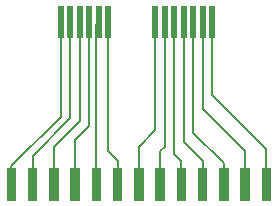
<source format=gbr>
%TF.GenerationSoftware,KiCad,Pcbnew,8.0.2-1*%
%TF.CreationDate,2024-09-13T14:37:28-04:00*%
%TF.ProjectId,Dummy Board,44756d6d-7920-4426-9f61-72642e6b6963,rev?*%
%TF.SameCoordinates,Original*%
%TF.FileFunction,Copper,L1,Top*%
%TF.FilePolarity,Positive*%
%FSLAX46Y46*%
G04 Gerber Fmt 4.6, Leading zero omitted, Abs format (unit mm)*
G04 Created by KiCad (PCBNEW 8.0.2-1) date 2024-09-13 14:37:28*
%MOMM*%
%LPD*%
G01*
G04 APERTURE LIST*
%TA.AperFunction,ConnectorPad*%
%ADD10R,0.550000X2.800000*%
%TD*%
%TA.AperFunction,Conductor*%
%ADD11C,0.200000*%
%TD*%
G04 APERTURE END LIST*
%TA.AperFunction,Conductor*%
%TO.N,2*%
G36*
X127000000Y-88374600D02*
G01*
X127800000Y-88374600D01*
X127800000Y-91200000D01*
X127000000Y-91200000D01*
X127000000Y-88374600D01*
G37*
%TD.AperFunction*%
%TA.AperFunction,Conductor*%
%TO.N,4*%
G36*
X128800000Y-88374600D02*
G01*
X129600000Y-88374600D01*
X129600000Y-91200000D01*
X128800000Y-91200000D01*
X128800000Y-88374600D01*
G37*
%TD.AperFunction*%
%TA.AperFunction,Conductor*%
%TO.N,6*%
G36*
X130600000Y-88374600D02*
G01*
X131400000Y-88374600D01*
X131400000Y-91200000D01*
X130600000Y-91200000D01*
X130600000Y-88374600D01*
G37*
%TD.AperFunction*%
%TA.AperFunction,Conductor*%
%TO.N,8*%
G36*
X132400000Y-88374600D02*
G01*
X133200000Y-88374600D01*
X133200000Y-91200000D01*
X132400000Y-91200000D01*
X132400000Y-88374600D01*
G37*
%TD.AperFunction*%
%TA.AperFunction,Conductor*%
%TO.N,10*%
G36*
X134200000Y-88374600D02*
G01*
X135000000Y-88374600D01*
X135000000Y-91200000D01*
X134200000Y-91200000D01*
X134200000Y-88374600D01*
G37*
%TD.AperFunction*%
%TA.AperFunction,Conductor*%
%TO.N,12*%
G36*
X136000000Y-88374600D02*
G01*
X136800000Y-88374600D01*
X136800000Y-91200000D01*
X136000000Y-91200000D01*
X136000000Y-88374600D01*
G37*
%TD.AperFunction*%
%TA.AperFunction,Conductor*%
%TO.N,26*%
G36*
X148600000Y-88374600D02*
G01*
X149400000Y-88374600D01*
X149400000Y-91200000D01*
X148600000Y-91200000D01*
X148600000Y-88374600D01*
G37*
%TD.AperFunction*%
%TA.AperFunction,Conductor*%
%TO.N,24*%
G36*
X146800000Y-88374600D02*
G01*
X147600000Y-88374600D01*
X147600000Y-91200000D01*
X146800000Y-91200000D01*
X146800000Y-88374600D01*
G37*
%TD.AperFunction*%
%TA.AperFunction,Conductor*%
%TO.N,22*%
G36*
X145000000Y-88374600D02*
G01*
X145800000Y-88374600D01*
X145800000Y-91200000D01*
X145000000Y-91200000D01*
X145000000Y-88374600D01*
G37*
%TD.AperFunction*%
%TA.AperFunction,Conductor*%
%TO.N,20*%
G36*
X143200000Y-88374600D02*
G01*
X144000000Y-88374600D01*
X144000000Y-91200000D01*
X143200000Y-91200000D01*
X143200000Y-88374600D01*
G37*
%TD.AperFunction*%
%TA.AperFunction,Conductor*%
%TO.N,18*%
G36*
X141400000Y-88374600D02*
G01*
X142200000Y-88374600D01*
X142200000Y-91200000D01*
X141400000Y-91200000D01*
X141400000Y-88374600D01*
G37*
%TD.AperFunction*%
%TA.AperFunction,Conductor*%
%TO.N,16*%
G36*
X139600000Y-88374600D02*
G01*
X140400000Y-88374600D01*
X140400000Y-91200000D01*
X139600000Y-91200000D01*
X139600000Y-88374600D01*
G37*
%TD.AperFunction*%
%TA.AperFunction,Conductor*%
%TO.N,14*%
G36*
X137800000Y-88374600D02*
G01*
X138600000Y-88374600D01*
X138600000Y-91200000D01*
X137800000Y-91200000D01*
X137800000Y-88374600D01*
G37*
%TD.AperFunction*%
%TD*%
D10*
%TO.P,REF\u002A\u002A,2*%
%TO.N,2*%
X131600000Y-76000000D03*
%TO.P,REF\u002A\u002A,4*%
%TO.N,4*%
X132400000Y-76000000D03*
%TO.P,REF\u002A\u002A,6*%
%TO.N,6*%
X133200000Y-76000000D03*
%TO.P,REF\u002A\u002A,8*%
%TO.N,8*%
X134000000Y-76000000D03*
%TO.P,REF\u002A\u002A,10*%
%TO.N,10*%
X134800000Y-76000000D03*
%TO.P,REF\u002A\u002A,12*%
%TO.N,12*%
X135600000Y-76000000D03*
%TO.P,REF\u002A\u002A,14*%
%TO.N,14*%
X139600000Y-76000000D03*
%TO.P,REF\u002A\u002A,16*%
%TO.N,16*%
X140400000Y-76000000D03*
%TO.P,REF\u002A\u002A,18*%
%TO.N,18*%
X141200000Y-76000000D03*
%TO.P,REF\u002A\u002A,20*%
%TO.N,20*%
X142000000Y-76000000D03*
%TO.P,REF\u002A\u002A,22*%
%TO.N,22*%
X142800000Y-76000000D03*
%TO.P,REF\u002A\u002A,24*%
%TO.N,24*%
X143600000Y-76000000D03*
%TO.P,REF\u002A\u002A,26*%
%TO.N,26*%
X144400000Y-76000000D03*
%TD*%
D11*
%TO.N,24*%
X143600000Y-76000000D02*
X143600000Y-83400000D01*
X143600000Y-83400000D02*
X147200000Y-87000000D01*
X147200000Y-87000000D02*
X147200000Y-89787300D01*
%TO.N,26*%
X144400000Y-76000000D02*
X144400000Y-82200000D01*
X144400000Y-82200000D02*
X149000000Y-86800000D01*
X149000000Y-86800000D02*
X149000000Y-89787300D01*
%TO.N,22*%
X145400000Y-89787300D02*
X145400000Y-88000000D01*
X145400000Y-88000000D02*
X142800000Y-85400000D01*
X142800000Y-85400000D02*
X142800000Y-76000000D01*
%TO.N,8*%
X134000000Y-84800000D02*
X134000000Y-76000000D01*
X132800000Y-89787300D02*
X132800000Y-86000000D01*
X132800000Y-86000000D02*
X134000000Y-84800000D01*
%TO.N,6*%
X131000000Y-86600000D02*
X133200000Y-84400000D01*
X133200000Y-84400000D02*
X133200000Y-76000000D01*
X131000000Y-89787300D02*
X131000000Y-86600000D01*
%TO.N,4*%
X132400000Y-84200000D02*
X132400000Y-76000000D01*
X129200000Y-89787300D02*
X129200000Y-87400000D01*
X129200000Y-87400000D02*
X132400000Y-84200000D01*
%TO.N,2*%
X127400000Y-89787300D02*
X127400000Y-88250336D01*
X127400000Y-88250336D02*
X131600000Y-84050336D01*
X131600000Y-84050336D02*
X131600000Y-76000000D01*
%TO.N,10*%
X134600000Y-89787300D02*
X134600000Y-76200000D01*
X134600000Y-76200000D02*
X134800000Y-76000000D01*
%TO.N,12*%
X136400000Y-89000000D02*
X136400000Y-87800000D01*
X136400000Y-87800000D02*
X135600000Y-87000000D01*
X135600000Y-87000000D02*
X135600000Y-76000000D01*
%TO.N,14*%
X138200000Y-89787300D02*
X138200000Y-86600000D01*
X138200000Y-86600000D02*
X139600000Y-85200000D01*
X139600000Y-85200000D02*
X139600000Y-76000000D01*
%TO.N,16*%
X140000000Y-89787300D02*
X140000000Y-87000000D01*
X140000000Y-87000000D02*
X140400000Y-86600000D01*
X140400000Y-86600000D02*
X140400000Y-76000000D01*
%TO.N,18*%
X141800000Y-89787300D02*
X141800000Y-87800000D01*
X141800000Y-87800000D02*
X141200000Y-87200000D01*
X141200000Y-87200000D02*
X141200000Y-76000000D01*
%TO.N,20*%
X143600000Y-89787300D02*
X143600000Y-87800000D01*
X143600000Y-87800000D02*
X142000000Y-86200000D01*
X142000000Y-86200000D02*
X142000000Y-76000000D01*
%TD*%
M02*

</source>
